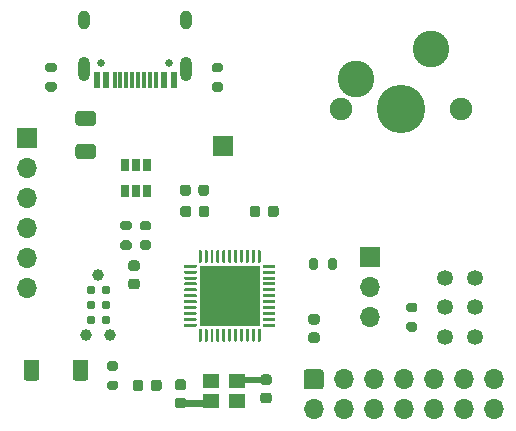
<source format=gbr>
G04 #@! TF.GenerationSoftware,KiCad,Pcbnew,(5.1.9)-1*
G04 #@! TF.CreationDate,2021-03-27T09:55:19-04:00*
G04 #@! TF.ProjectId,atmega32u4_demo,61746d65-6761-4333-9275-345f64656d6f,rev?*
G04 #@! TF.SameCoordinates,Original*
G04 #@! TF.FileFunction,Soldermask,Top*
G04 #@! TF.FilePolarity,Negative*
%FSLAX46Y46*%
G04 Gerber Fmt 4.6, Leading zero omitted, Abs format (unit mm)*
G04 Created by KiCad (PCBNEW (5.1.9)-1) date 2021-03-27 09:55:19*
%MOMM*%
%LPD*%
G01*
G04 APERTURE LIST*
%ADD10C,0.100000*%
%ADD11C,1.350000*%
%ADD12R,1.700000X1.700000*%
%ADD13O,1.700000X1.700000*%
%ADD14C,4.101600*%
%ADD15C,3.101600*%
%ADD16C,1.901600*%
%ADD17R,1.400000X1.200000*%
%ADD18R,0.650000X1.060000*%
%ADD19R,5.200000X5.200000*%
%ADD20R,0.600000X1.450000*%
%ADD21R,0.300000X1.450000*%
%ADD22O,1.000000X2.100000*%
%ADD23C,0.650000*%
%ADD24O,1.000000X1.600000*%
%ADD25C,0.787400*%
%ADD26C,0.990600*%
G04 APERTURE END LIST*
D10*
G36*
X200990200Y-110896400D02*
G01*
X199440800Y-110896400D01*
X199440800Y-110464600D01*
X200990200Y-110464600D01*
X200990200Y-110896400D01*
G37*
X200990200Y-110896400D02*
X199440800Y-110896400D01*
X199440800Y-110464600D01*
X200990200Y-110464600D01*
X200990200Y-110896400D01*
G36*
X205841600Y-108915200D02*
G01*
X204419200Y-108915200D01*
X204444600Y-108864400D01*
X204419200Y-108483400D01*
X205841600Y-108483400D01*
X205841600Y-108915200D01*
G37*
X205841600Y-108915200D02*
X204419200Y-108915200D01*
X204444600Y-108864400D01*
X204419200Y-108483400D01*
X205841600Y-108483400D01*
X205841600Y-108915200D01*
D11*
X221431800Y-105090600D03*
X221431800Y-102590600D03*
X221431800Y-100090600D03*
X223931800Y-105090600D03*
X223931800Y-102590600D03*
X223931800Y-100090600D03*
D12*
X202615800Y-88900000D03*
D13*
X225552000Y-111226600D03*
X225552000Y-108686600D03*
X223012000Y-111226600D03*
X223012000Y-108686600D03*
X220472000Y-111226600D03*
X220472000Y-108686600D03*
X217932000Y-111226600D03*
X217932000Y-108686600D03*
X215392000Y-111226600D03*
X215392000Y-108686600D03*
X212852000Y-111226600D03*
X212852000Y-108686600D03*
X210312000Y-111226600D03*
G36*
G01*
X210908700Y-109536600D02*
X209715300Y-109536600D01*
G75*
G02*
X209462000Y-109283300I0J253300D01*
G01*
X209462000Y-108089900D01*
G75*
G02*
X209715300Y-107836600I253300J0D01*
G01*
X210908700Y-107836600D01*
G75*
G02*
X211162000Y-108089900I0J-253300D01*
G01*
X211162000Y-109283300D01*
G75*
G02*
X210908700Y-109536600I-253300J0D01*
G01*
G37*
X186055000Y-100965000D03*
X186055000Y-98425000D03*
X186055000Y-95885000D03*
X186055000Y-93345000D03*
X186055000Y-90805000D03*
D12*
X186055000Y-88265000D03*
G36*
G01*
X218342800Y-103828400D02*
X218892800Y-103828400D01*
G75*
G02*
X219092800Y-104028400I0J-200000D01*
G01*
X219092800Y-104428400D01*
G75*
G02*
X218892800Y-104628400I-200000J0D01*
G01*
X218342800Y-104628400D01*
G75*
G02*
X218142800Y-104428400I0J200000D01*
G01*
X218142800Y-104028400D01*
G75*
G02*
X218342800Y-103828400I200000J0D01*
G01*
G37*
G36*
G01*
X218342800Y-102178400D02*
X218892800Y-102178400D01*
G75*
G02*
X219092800Y-102378400I0J-200000D01*
G01*
X219092800Y-102778400D01*
G75*
G02*
X218892800Y-102978400I-200000J0D01*
G01*
X218342800Y-102978400D01*
G75*
G02*
X218142800Y-102778400I0J200000D01*
G01*
X218142800Y-102378400D01*
G75*
G02*
X218342800Y-102178400I200000J0D01*
G01*
G37*
D14*
X217728800Y-85801200D03*
D15*
X213918800Y-83261200D03*
X220268800Y-80721200D03*
D16*
X212648800Y-85801200D03*
X222808800Y-85801200D03*
G36*
G01*
X189893400Y-108545400D02*
X189893400Y-107253000D01*
G75*
G02*
X190147200Y-106999200I253800J0D01*
G01*
X190989600Y-106999200D01*
G75*
G02*
X191243400Y-107253000I0J-253800D01*
G01*
X191243400Y-108545400D01*
G75*
G02*
X190989600Y-108799200I-253800J0D01*
G01*
X190147200Y-108799200D01*
G75*
G02*
X189893400Y-108545400I0J253800D01*
G01*
G37*
G36*
G01*
X185743400Y-108545400D02*
X185743400Y-107253000D01*
G75*
G02*
X185997200Y-106999200I253800J0D01*
G01*
X186839600Y-106999200D01*
G75*
G02*
X187093400Y-107253000I0J-253800D01*
G01*
X187093400Y-108545400D01*
G75*
G02*
X186839600Y-108799200I-253800J0D01*
G01*
X185997200Y-108799200D01*
G75*
G02*
X185743400Y-108545400I0J253800D01*
G01*
G37*
G36*
G01*
X205796000Y-94212600D02*
X205796000Y-94712600D01*
G75*
G02*
X205571000Y-94937600I-225000J0D01*
G01*
X205121000Y-94937600D01*
G75*
G02*
X204896000Y-94712600I0J225000D01*
G01*
X204896000Y-94212600D01*
G75*
G02*
X205121000Y-93987600I225000J0D01*
G01*
X205571000Y-93987600D01*
G75*
G02*
X205796000Y-94212600I0J-225000D01*
G01*
G37*
G36*
G01*
X207346000Y-94212600D02*
X207346000Y-94712600D01*
G75*
G02*
X207121000Y-94937600I-225000J0D01*
G01*
X206671000Y-94937600D01*
G75*
G02*
X206446000Y-94712600I0J225000D01*
G01*
X206446000Y-94212600D01*
G75*
G02*
X206671000Y-93987600I225000J0D01*
G01*
X207121000Y-93987600D01*
G75*
G02*
X207346000Y-94212600I0J-225000D01*
G01*
G37*
D17*
X203842800Y-110552600D03*
X201642800Y-110552600D03*
X201642800Y-108852600D03*
X203842800Y-108852600D03*
D18*
X195249800Y-92692400D03*
X196199800Y-92692400D03*
X194299800Y-92692400D03*
X194299800Y-90492400D03*
X195249800Y-90492400D03*
X196199800Y-90492400D03*
D19*
X203200000Y-101600000D03*
G36*
G01*
X200575000Y-98737500D02*
X200575000Y-97787500D01*
G75*
G02*
X200637500Y-97725000I62500J0D01*
G01*
X200762500Y-97725000D01*
G75*
G02*
X200825000Y-97787500I0J-62500D01*
G01*
X200825000Y-98737500D01*
G75*
G02*
X200762500Y-98800000I-62500J0D01*
G01*
X200637500Y-98800000D01*
G75*
G02*
X200575000Y-98737500I0J62500D01*
G01*
G37*
G36*
G01*
X201075000Y-98737500D02*
X201075000Y-97787500D01*
G75*
G02*
X201137500Y-97725000I62500J0D01*
G01*
X201262500Y-97725000D01*
G75*
G02*
X201325000Y-97787500I0J-62500D01*
G01*
X201325000Y-98737500D01*
G75*
G02*
X201262500Y-98800000I-62500J0D01*
G01*
X201137500Y-98800000D01*
G75*
G02*
X201075000Y-98737500I0J62500D01*
G01*
G37*
G36*
G01*
X201575000Y-98737500D02*
X201575000Y-97787500D01*
G75*
G02*
X201637500Y-97725000I62500J0D01*
G01*
X201762500Y-97725000D01*
G75*
G02*
X201825000Y-97787500I0J-62500D01*
G01*
X201825000Y-98737500D01*
G75*
G02*
X201762500Y-98800000I-62500J0D01*
G01*
X201637500Y-98800000D01*
G75*
G02*
X201575000Y-98737500I0J62500D01*
G01*
G37*
G36*
G01*
X202075000Y-98737500D02*
X202075000Y-97787500D01*
G75*
G02*
X202137500Y-97725000I62500J0D01*
G01*
X202262500Y-97725000D01*
G75*
G02*
X202325000Y-97787500I0J-62500D01*
G01*
X202325000Y-98737500D01*
G75*
G02*
X202262500Y-98800000I-62500J0D01*
G01*
X202137500Y-98800000D01*
G75*
G02*
X202075000Y-98737500I0J62500D01*
G01*
G37*
G36*
G01*
X202575000Y-98737500D02*
X202575000Y-97787500D01*
G75*
G02*
X202637500Y-97725000I62500J0D01*
G01*
X202762500Y-97725000D01*
G75*
G02*
X202825000Y-97787500I0J-62500D01*
G01*
X202825000Y-98737500D01*
G75*
G02*
X202762500Y-98800000I-62500J0D01*
G01*
X202637500Y-98800000D01*
G75*
G02*
X202575000Y-98737500I0J62500D01*
G01*
G37*
G36*
G01*
X203075000Y-98737500D02*
X203075000Y-97787500D01*
G75*
G02*
X203137500Y-97725000I62500J0D01*
G01*
X203262500Y-97725000D01*
G75*
G02*
X203325000Y-97787500I0J-62500D01*
G01*
X203325000Y-98737500D01*
G75*
G02*
X203262500Y-98800000I-62500J0D01*
G01*
X203137500Y-98800000D01*
G75*
G02*
X203075000Y-98737500I0J62500D01*
G01*
G37*
G36*
G01*
X203575000Y-98737500D02*
X203575000Y-97787500D01*
G75*
G02*
X203637500Y-97725000I62500J0D01*
G01*
X203762500Y-97725000D01*
G75*
G02*
X203825000Y-97787500I0J-62500D01*
G01*
X203825000Y-98737500D01*
G75*
G02*
X203762500Y-98800000I-62500J0D01*
G01*
X203637500Y-98800000D01*
G75*
G02*
X203575000Y-98737500I0J62500D01*
G01*
G37*
G36*
G01*
X204075000Y-98737500D02*
X204075000Y-97787500D01*
G75*
G02*
X204137500Y-97725000I62500J0D01*
G01*
X204262500Y-97725000D01*
G75*
G02*
X204325000Y-97787500I0J-62500D01*
G01*
X204325000Y-98737500D01*
G75*
G02*
X204262500Y-98800000I-62500J0D01*
G01*
X204137500Y-98800000D01*
G75*
G02*
X204075000Y-98737500I0J62500D01*
G01*
G37*
G36*
G01*
X204575000Y-98737500D02*
X204575000Y-97787500D01*
G75*
G02*
X204637500Y-97725000I62500J0D01*
G01*
X204762500Y-97725000D01*
G75*
G02*
X204825000Y-97787500I0J-62500D01*
G01*
X204825000Y-98737500D01*
G75*
G02*
X204762500Y-98800000I-62500J0D01*
G01*
X204637500Y-98800000D01*
G75*
G02*
X204575000Y-98737500I0J62500D01*
G01*
G37*
G36*
G01*
X205075000Y-98737500D02*
X205075000Y-97787500D01*
G75*
G02*
X205137500Y-97725000I62500J0D01*
G01*
X205262500Y-97725000D01*
G75*
G02*
X205325000Y-97787500I0J-62500D01*
G01*
X205325000Y-98737500D01*
G75*
G02*
X205262500Y-98800000I-62500J0D01*
G01*
X205137500Y-98800000D01*
G75*
G02*
X205075000Y-98737500I0J62500D01*
G01*
G37*
G36*
G01*
X205575000Y-98737500D02*
X205575000Y-97787500D01*
G75*
G02*
X205637500Y-97725000I62500J0D01*
G01*
X205762500Y-97725000D01*
G75*
G02*
X205825000Y-97787500I0J-62500D01*
G01*
X205825000Y-98737500D01*
G75*
G02*
X205762500Y-98800000I-62500J0D01*
G01*
X205637500Y-98800000D01*
G75*
G02*
X205575000Y-98737500I0J62500D01*
G01*
G37*
G36*
G01*
X206000000Y-99162500D02*
X206000000Y-99037500D01*
G75*
G02*
X206062500Y-98975000I62500J0D01*
G01*
X207012500Y-98975000D01*
G75*
G02*
X207075000Y-99037500I0J-62500D01*
G01*
X207075000Y-99162500D01*
G75*
G02*
X207012500Y-99225000I-62500J0D01*
G01*
X206062500Y-99225000D01*
G75*
G02*
X206000000Y-99162500I0J62500D01*
G01*
G37*
G36*
G01*
X206000000Y-99662500D02*
X206000000Y-99537500D01*
G75*
G02*
X206062500Y-99475000I62500J0D01*
G01*
X207012500Y-99475000D01*
G75*
G02*
X207075000Y-99537500I0J-62500D01*
G01*
X207075000Y-99662500D01*
G75*
G02*
X207012500Y-99725000I-62500J0D01*
G01*
X206062500Y-99725000D01*
G75*
G02*
X206000000Y-99662500I0J62500D01*
G01*
G37*
G36*
G01*
X206000000Y-100162500D02*
X206000000Y-100037500D01*
G75*
G02*
X206062500Y-99975000I62500J0D01*
G01*
X207012500Y-99975000D01*
G75*
G02*
X207075000Y-100037500I0J-62500D01*
G01*
X207075000Y-100162500D01*
G75*
G02*
X207012500Y-100225000I-62500J0D01*
G01*
X206062500Y-100225000D01*
G75*
G02*
X206000000Y-100162500I0J62500D01*
G01*
G37*
G36*
G01*
X206000000Y-100662500D02*
X206000000Y-100537500D01*
G75*
G02*
X206062500Y-100475000I62500J0D01*
G01*
X207012500Y-100475000D01*
G75*
G02*
X207075000Y-100537500I0J-62500D01*
G01*
X207075000Y-100662500D01*
G75*
G02*
X207012500Y-100725000I-62500J0D01*
G01*
X206062500Y-100725000D01*
G75*
G02*
X206000000Y-100662500I0J62500D01*
G01*
G37*
G36*
G01*
X206000000Y-101162500D02*
X206000000Y-101037500D01*
G75*
G02*
X206062500Y-100975000I62500J0D01*
G01*
X207012500Y-100975000D01*
G75*
G02*
X207075000Y-101037500I0J-62500D01*
G01*
X207075000Y-101162500D01*
G75*
G02*
X207012500Y-101225000I-62500J0D01*
G01*
X206062500Y-101225000D01*
G75*
G02*
X206000000Y-101162500I0J62500D01*
G01*
G37*
G36*
G01*
X206000000Y-101662500D02*
X206000000Y-101537500D01*
G75*
G02*
X206062500Y-101475000I62500J0D01*
G01*
X207012500Y-101475000D01*
G75*
G02*
X207075000Y-101537500I0J-62500D01*
G01*
X207075000Y-101662500D01*
G75*
G02*
X207012500Y-101725000I-62500J0D01*
G01*
X206062500Y-101725000D01*
G75*
G02*
X206000000Y-101662500I0J62500D01*
G01*
G37*
G36*
G01*
X206000000Y-102162500D02*
X206000000Y-102037500D01*
G75*
G02*
X206062500Y-101975000I62500J0D01*
G01*
X207012500Y-101975000D01*
G75*
G02*
X207075000Y-102037500I0J-62500D01*
G01*
X207075000Y-102162500D01*
G75*
G02*
X207012500Y-102225000I-62500J0D01*
G01*
X206062500Y-102225000D01*
G75*
G02*
X206000000Y-102162500I0J62500D01*
G01*
G37*
G36*
G01*
X206000000Y-102662500D02*
X206000000Y-102537500D01*
G75*
G02*
X206062500Y-102475000I62500J0D01*
G01*
X207012500Y-102475000D01*
G75*
G02*
X207075000Y-102537500I0J-62500D01*
G01*
X207075000Y-102662500D01*
G75*
G02*
X207012500Y-102725000I-62500J0D01*
G01*
X206062500Y-102725000D01*
G75*
G02*
X206000000Y-102662500I0J62500D01*
G01*
G37*
G36*
G01*
X206000000Y-103162500D02*
X206000000Y-103037500D01*
G75*
G02*
X206062500Y-102975000I62500J0D01*
G01*
X207012500Y-102975000D01*
G75*
G02*
X207075000Y-103037500I0J-62500D01*
G01*
X207075000Y-103162500D01*
G75*
G02*
X207012500Y-103225000I-62500J0D01*
G01*
X206062500Y-103225000D01*
G75*
G02*
X206000000Y-103162500I0J62500D01*
G01*
G37*
G36*
G01*
X206000000Y-103662500D02*
X206000000Y-103537500D01*
G75*
G02*
X206062500Y-103475000I62500J0D01*
G01*
X207012500Y-103475000D01*
G75*
G02*
X207075000Y-103537500I0J-62500D01*
G01*
X207075000Y-103662500D01*
G75*
G02*
X207012500Y-103725000I-62500J0D01*
G01*
X206062500Y-103725000D01*
G75*
G02*
X206000000Y-103662500I0J62500D01*
G01*
G37*
G36*
G01*
X206000000Y-104162500D02*
X206000000Y-104037500D01*
G75*
G02*
X206062500Y-103975000I62500J0D01*
G01*
X207012500Y-103975000D01*
G75*
G02*
X207075000Y-104037500I0J-62500D01*
G01*
X207075000Y-104162500D01*
G75*
G02*
X207012500Y-104225000I-62500J0D01*
G01*
X206062500Y-104225000D01*
G75*
G02*
X206000000Y-104162500I0J62500D01*
G01*
G37*
G36*
G01*
X205575000Y-105412500D02*
X205575000Y-104462500D01*
G75*
G02*
X205637500Y-104400000I62500J0D01*
G01*
X205762500Y-104400000D01*
G75*
G02*
X205825000Y-104462500I0J-62500D01*
G01*
X205825000Y-105412500D01*
G75*
G02*
X205762500Y-105475000I-62500J0D01*
G01*
X205637500Y-105475000D01*
G75*
G02*
X205575000Y-105412500I0J62500D01*
G01*
G37*
G36*
G01*
X205075000Y-105412500D02*
X205075000Y-104462500D01*
G75*
G02*
X205137500Y-104400000I62500J0D01*
G01*
X205262500Y-104400000D01*
G75*
G02*
X205325000Y-104462500I0J-62500D01*
G01*
X205325000Y-105412500D01*
G75*
G02*
X205262500Y-105475000I-62500J0D01*
G01*
X205137500Y-105475000D01*
G75*
G02*
X205075000Y-105412500I0J62500D01*
G01*
G37*
G36*
G01*
X204575000Y-105412500D02*
X204575000Y-104462500D01*
G75*
G02*
X204637500Y-104400000I62500J0D01*
G01*
X204762500Y-104400000D01*
G75*
G02*
X204825000Y-104462500I0J-62500D01*
G01*
X204825000Y-105412500D01*
G75*
G02*
X204762500Y-105475000I-62500J0D01*
G01*
X204637500Y-105475000D01*
G75*
G02*
X204575000Y-105412500I0J62500D01*
G01*
G37*
G36*
G01*
X204075000Y-105412500D02*
X204075000Y-104462500D01*
G75*
G02*
X204137500Y-104400000I62500J0D01*
G01*
X204262500Y-104400000D01*
G75*
G02*
X204325000Y-104462500I0J-62500D01*
G01*
X204325000Y-105412500D01*
G75*
G02*
X204262500Y-105475000I-62500J0D01*
G01*
X204137500Y-105475000D01*
G75*
G02*
X204075000Y-105412500I0J62500D01*
G01*
G37*
G36*
G01*
X203575000Y-105412500D02*
X203575000Y-104462500D01*
G75*
G02*
X203637500Y-104400000I62500J0D01*
G01*
X203762500Y-104400000D01*
G75*
G02*
X203825000Y-104462500I0J-62500D01*
G01*
X203825000Y-105412500D01*
G75*
G02*
X203762500Y-105475000I-62500J0D01*
G01*
X203637500Y-105475000D01*
G75*
G02*
X203575000Y-105412500I0J62500D01*
G01*
G37*
G36*
G01*
X203075000Y-105412500D02*
X203075000Y-104462500D01*
G75*
G02*
X203137500Y-104400000I62500J0D01*
G01*
X203262500Y-104400000D01*
G75*
G02*
X203325000Y-104462500I0J-62500D01*
G01*
X203325000Y-105412500D01*
G75*
G02*
X203262500Y-105475000I-62500J0D01*
G01*
X203137500Y-105475000D01*
G75*
G02*
X203075000Y-105412500I0J62500D01*
G01*
G37*
G36*
G01*
X202575000Y-105412500D02*
X202575000Y-104462500D01*
G75*
G02*
X202637500Y-104400000I62500J0D01*
G01*
X202762500Y-104400000D01*
G75*
G02*
X202825000Y-104462500I0J-62500D01*
G01*
X202825000Y-105412500D01*
G75*
G02*
X202762500Y-105475000I-62500J0D01*
G01*
X202637500Y-105475000D01*
G75*
G02*
X202575000Y-105412500I0J62500D01*
G01*
G37*
G36*
G01*
X202075000Y-105412500D02*
X202075000Y-104462500D01*
G75*
G02*
X202137500Y-104400000I62500J0D01*
G01*
X202262500Y-104400000D01*
G75*
G02*
X202325000Y-104462500I0J-62500D01*
G01*
X202325000Y-105412500D01*
G75*
G02*
X202262500Y-105475000I-62500J0D01*
G01*
X202137500Y-105475000D01*
G75*
G02*
X202075000Y-105412500I0J62500D01*
G01*
G37*
G36*
G01*
X201575000Y-105412500D02*
X201575000Y-104462500D01*
G75*
G02*
X201637500Y-104400000I62500J0D01*
G01*
X201762500Y-104400000D01*
G75*
G02*
X201825000Y-104462500I0J-62500D01*
G01*
X201825000Y-105412500D01*
G75*
G02*
X201762500Y-105475000I-62500J0D01*
G01*
X201637500Y-105475000D01*
G75*
G02*
X201575000Y-105412500I0J62500D01*
G01*
G37*
G36*
G01*
X201075000Y-105412500D02*
X201075000Y-104462500D01*
G75*
G02*
X201137500Y-104400000I62500J0D01*
G01*
X201262500Y-104400000D01*
G75*
G02*
X201325000Y-104462500I0J-62500D01*
G01*
X201325000Y-105412500D01*
G75*
G02*
X201262500Y-105475000I-62500J0D01*
G01*
X201137500Y-105475000D01*
G75*
G02*
X201075000Y-105412500I0J62500D01*
G01*
G37*
G36*
G01*
X200575000Y-105412500D02*
X200575000Y-104462500D01*
G75*
G02*
X200637500Y-104400000I62500J0D01*
G01*
X200762500Y-104400000D01*
G75*
G02*
X200825000Y-104462500I0J-62500D01*
G01*
X200825000Y-105412500D01*
G75*
G02*
X200762500Y-105475000I-62500J0D01*
G01*
X200637500Y-105475000D01*
G75*
G02*
X200575000Y-105412500I0J62500D01*
G01*
G37*
G36*
G01*
X199325000Y-104162500D02*
X199325000Y-104037500D01*
G75*
G02*
X199387500Y-103975000I62500J0D01*
G01*
X200337500Y-103975000D01*
G75*
G02*
X200400000Y-104037500I0J-62500D01*
G01*
X200400000Y-104162500D01*
G75*
G02*
X200337500Y-104225000I-62500J0D01*
G01*
X199387500Y-104225000D01*
G75*
G02*
X199325000Y-104162500I0J62500D01*
G01*
G37*
G36*
G01*
X199325000Y-103662500D02*
X199325000Y-103537500D01*
G75*
G02*
X199387500Y-103475000I62500J0D01*
G01*
X200337500Y-103475000D01*
G75*
G02*
X200400000Y-103537500I0J-62500D01*
G01*
X200400000Y-103662500D01*
G75*
G02*
X200337500Y-103725000I-62500J0D01*
G01*
X199387500Y-103725000D01*
G75*
G02*
X199325000Y-103662500I0J62500D01*
G01*
G37*
G36*
G01*
X199325000Y-103162500D02*
X199325000Y-103037500D01*
G75*
G02*
X199387500Y-102975000I62500J0D01*
G01*
X200337500Y-102975000D01*
G75*
G02*
X200400000Y-103037500I0J-62500D01*
G01*
X200400000Y-103162500D01*
G75*
G02*
X200337500Y-103225000I-62500J0D01*
G01*
X199387500Y-103225000D01*
G75*
G02*
X199325000Y-103162500I0J62500D01*
G01*
G37*
G36*
G01*
X199325000Y-102662500D02*
X199325000Y-102537500D01*
G75*
G02*
X199387500Y-102475000I62500J0D01*
G01*
X200337500Y-102475000D01*
G75*
G02*
X200400000Y-102537500I0J-62500D01*
G01*
X200400000Y-102662500D01*
G75*
G02*
X200337500Y-102725000I-62500J0D01*
G01*
X199387500Y-102725000D01*
G75*
G02*
X199325000Y-102662500I0J62500D01*
G01*
G37*
G36*
G01*
X199325000Y-102162500D02*
X199325000Y-102037500D01*
G75*
G02*
X199387500Y-101975000I62500J0D01*
G01*
X200337500Y-101975000D01*
G75*
G02*
X200400000Y-102037500I0J-62500D01*
G01*
X200400000Y-102162500D01*
G75*
G02*
X200337500Y-102225000I-62500J0D01*
G01*
X199387500Y-102225000D01*
G75*
G02*
X199325000Y-102162500I0J62500D01*
G01*
G37*
G36*
G01*
X199325000Y-101662500D02*
X199325000Y-101537500D01*
G75*
G02*
X199387500Y-101475000I62500J0D01*
G01*
X200337500Y-101475000D01*
G75*
G02*
X200400000Y-101537500I0J-62500D01*
G01*
X200400000Y-101662500D01*
G75*
G02*
X200337500Y-101725000I-62500J0D01*
G01*
X199387500Y-101725000D01*
G75*
G02*
X199325000Y-101662500I0J62500D01*
G01*
G37*
G36*
G01*
X199325000Y-101162500D02*
X199325000Y-101037500D01*
G75*
G02*
X199387500Y-100975000I62500J0D01*
G01*
X200337500Y-100975000D01*
G75*
G02*
X200400000Y-101037500I0J-62500D01*
G01*
X200400000Y-101162500D01*
G75*
G02*
X200337500Y-101225000I-62500J0D01*
G01*
X199387500Y-101225000D01*
G75*
G02*
X199325000Y-101162500I0J62500D01*
G01*
G37*
G36*
G01*
X199325000Y-100662500D02*
X199325000Y-100537500D01*
G75*
G02*
X199387500Y-100475000I62500J0D01*
G01*
X200337500Y-100475000D01*
G75*
G02*
X200400000Y-100537500I0J-62500D01*
G01*
X200400000Y-100662500D01*
G75*
G02*
X200337500Y-100725000I-62500J0D01*
G01*
X199387500Y-100725000D01*
G75*
G02*
X199325000Y-100662500I0J62500D01*
G01*
G37*
G36*
G01*
X199325000Y-100162500D02*
X199325000Y-100037500D01*
G75*
G02*
X199387500Y-99975000I62500J0D01*
G01*
X200337500Y-99975000D01*
G75*
G02*
X200400000Y-100037500I0J-62500D01*
G01*
X200400000Y-100162500D01*
G75*
G02*
X200337500Y-100225000I-62500J0D01*
G01*
X199387500Y-100225000D01*
G75*
G02*
X199325000Y-100162500I0J62500D01*
G01*
G37*
G36*
G01*
X199325000Y-99662500D02*
X199325000Y-99537500D01*
G75*
G02*
X199387500Y-99475000I62500J0D01*
G01*
X200337500Y-99475000D01*
G75*
G02*
X200400000Y-99537500I0J-62500D01*
G01*
X200400000Y-99662500D01*
G75*
G02*
X200337500Y-99725000I-62500J0D01*
G01*
X199387500Y-99725000D01*
G75*
G02*
X199325000Y-99662500I0J62500D01*
G01*
G37*
G36*
G01*
X199325000Y-99162500D02*
X199325000Y-99037500D01*
G75*
G02*
X199387500Y-98975000I62500J0D01*
G01*
X200337500Y-98975000D01*
G75*
G02*
X200400000Y-99037500I0J-62500D01*
G01*
X200400000Y-99162500D01*
G75*
G02*
X200337500Y-99225000I-62500J0D01*
G01*
X199387500Y-99225000D01*
G75*
G02*
X199325000Y-99162500I0J62500D01*
G01*
G37*
G36*
G01*
X210674400Y-98632600D02*
X210674400Y-99182600D01*
G75*
G02*
X210474400Y-99382600I-200000J0D01*
G01*
X210074400Y-99382600D01*
G75*
G02*
X209874400Y-99182600I0J200000D01*
G01*
X209874400Y-98632600D01*
G75*
G02*
X210074400Y-98432600I200000J0D01*
G01*
X210474400Y-98432600D01*
G75*
G02*
X210674400Y-98632600I0J-200000D01*
G01*
G37*
G36*
G01*
X212324400Y-98632600D02*
X212324400Y-99182600D01*
G75*
G02*
X212124400Y-99382600I-200000J0D01*
G01*
X211724400Y-99382600D01*
G75*
G02*
X211524400Y-99182600I0J200000D01*
G01*
X211524400Y-98632600D01*
G75*
G02*
X211724400Y-98432600I200000J0D01*
G01*
X212124400Y-98432600D01*
G75*
G02*
X212324400Y-98632600I0J-200000D01*
G01*
G37*
G36*
G01*
X196337600Y-96069600D02*
X195787600Y-96069600D01*
G75*
G02*
X195587600Y-95869600I0J200000D01*
G01*
X195587600Y-95469600D01*
G75*
G02*
X195787600Y-95269600I200000J0D01*
G01*
X196337600Y-95269600D01*
G75*
G02*
X196537600Y-95469600I0J-200000D01*
G01*
X196537600Y-95869600D01*
G75*
G02*
X196337600Y-96069600I-200000J0D01*
G01*
G37*
G36*
G01*
X196337600Y-97719600D02*
X195787600Y-97719600D01*
G75*
G02*
X195587600Y-97519600I0J200000D01*
G01*
X195587600Y-97119600D01*
G75*
G02*
X195787600Y-96919600I200000J0D01*
G01*
X196337600Y-96919600D01*
G75*
G02*
X196537600Y-97119600I0J-200000D01*
G01*
X196537600Y-97519600D01*
G75*
G02*
X196337600Y-97719600I-200000J0D01*
G01*
G37*
G36*
G01*
X194686600Y-96069600D02*
X194136600Y-96069600D01*
G75*
G02*
X193936600Y-95869600I0J200000D01*
G01*
X193936600Y-95469600D01*
G75*
G02*
X194136600Y-95269600I200000J0D01*
G01*
X194686600Y-95269600D01*
G75*
G02*
X194886600Y-95469600I0J-200000D01*
G01*
X194886600Y-95869600D01*
G75*
G02*
X194686600Y-96069600I-200000J0D01*
G01*
G37*
G36*
G01*
X194686600Y-97719600D02*
X194136600Y-97719600D01*
G75*
G02*
X193936600Y-97519600I0J200000D01*
G01*
X193936600Y-97119600D01*
G75*
G02*
X194136600Y-96919600I200000J0D01*
G01*
X194686600Y-96919600D01*
G75*
G02*
X194886600Y-97119600I0J-200000D01*
G01*
X194886600Y-97519600D01*
G75*
G02*
X194686600Y-97719600I-200000J0D01*
G01*
G37*
G36*
G01*
X193569000Y-107931400D02*
X193019000Y-107931400D01*
G75*
G02*
X192819000Y-107731400I0J200000D01*
G01*
X192819000Y-107331400D01*
G75*
G02*
X193019000Y-107131400I200000J0D01*
G01*
X193569000Y-107131400D01*
G75*
G02*
X193769000Y-107331400I0J-200000D01*
G01*
X193769000Y-107731400D01*
G75*
G02*
X193569000Y-107931400I-200000J0D01*
G01*
G37*
G36*
G01*
X193569000Y-109581400D02*
X193019000Y-109581400D01*
G75*
G02*
X192819000Y-109381400I0J200000D01*
G01*
X192819000Y-108981400D01*
G75*
G02*
X193019000Y-108781400I200000J0D01*
G01*
X193569000Y-108781400D01*
G75*
G02*
X193769000Y-108981400I0J-200000D01*
G01*
X193769000Y-109381400D01*
G75*
G02*
X193569000Y-109581400I-200000J0D01*
G01*
G37*
G36*
G01*
X187786600Y-83508400D02*
X188336600Y-83508400D01*
G75*
G02*
X188536600Y-83708400I0J-200000D01*
G01*
X188536600Y-84108400D01*
G75*
G02*
X188336600Y-84308400I-200000J0D01*
G01*
X187786600Y-84308400D01*
G75*
G02*
X187586600Y-84108400I0J200000D01*
G01*
X187586600Y-83708400D01*
G75*
G02*
X187786600Y-83508400I200000J0D01*
G01*
G37*
G36*
G01*
X187786600Y-81858400D02*
X188336600Y-81858400D01*
G75*
G02*
X188536600Y-82058400I0J-200000D01*
G01*
X188536600Y-82458400D01*
G75*
G02*
X188336600Y-82658400I-200000J0D01*
G01*
X187786600Y-82658400D01*
G75*
G02*
X187586600Y-82458400I0J200000D01*
G01*
X187586600Y-82058400D01*
G75*
G02*
X187786600Y-81858400I200000J0D01*
G01*
G37*
G36*
G01*
X201883600Y-83533800D02*
X202433600Y-83533800D01*
G75*
G02*
X202633600Y-83733800I0J-200000D01*
G01*
X202633600Y-84133800D01*
G75*
G02*
X202433600Y-84333800I-200000J0D01*
G01*
X201883600Y-84333800D01*
G75*
G02*
X201683600Y-84133800I0J200000D01*
G01*
X201683600Y-83733800D01*
G75*
G02*
X201883600Y-83533800I200000J0D01*
G01*
G37*
G36*
G01*
X201883600Y-81883800D02*
X202433600Y-81883800D01*
G75*
G02*
X202633600Y-82083800I0J-200000D01*
G01*
X202633600Y-82483800D01*
G75*
G02*
X202433600Y-82683800I-200000J0D01*
G01*
X201883600Y-82683800D01*
G75*
G02*
X201683600Y-82483800I0J200000D01*
G01*
X201683600Y-82083800D01*
G75*
G02*
X201883600Y-81883800I200000J0D01*
G01*
G37*
D13*
X215087200Y-103378000D03*
X215087200Y-100838000D03*
D12*
X215087200Y-98298000D03*
D20*
X191949000Y-83343800D03*
X192749000Y-83343800D03*
X197649000Y-83343800D03*
X198449000Y-83343800D03*
X198449000Y-83343800D03*
X197649000Y-83343800D03*
X192749000Y-83343800D03*
X191949000Y-83343800D03*
D21*
X196949000Y-83343800D03*
X196449000Y-83343800D03*
X195949000Y-83343800D03*
X194949000Y-83343800D03*
X194449000Y-83343800D03*
X193949000Y-83343800D03*
X193449000Y-83343800D03*
X195449000Y-83343800D03*
D22*
X190879000Y-82428800D03*
X199519000Y-82428800D03*
D23*
X198089000Y-81898800D03*
D24*
X199519000Y-78248800D03*
D23*
X192309000Y-81898800D03*
D24*
X190879000Y-78248800D03*
D25*
X192709800Y-103657400D03*
X191439800Y-103657400D03*
X192709800Y-102387400D03*
X191439800Y-102387400D03*
X192709800Y-101117400D03*
X191439800Y-101117400D03*
D26*
X192074800Y-99847400D03*
X191058800Y-104927400D03*
X193090800Y-104927400D03*
G36*
G01*
X191630000Y-87210600D02*
X190380000Y-87210600D01*
G75*
G02*
X190130000Y-86960600I0J250000D01*
G01*
X190130000Y-86210600D01*
G75*
G02*
X190380000Y-85960600I250000J0D01*
G01*
X191630000Y-85960600D01*
G75*
G02*
X191880000Y-86210600I0J-250000D01*
G01*
X191880000Y-86960600D01*
G75*
G02*
X191630000Y-87210600I-250000J0D01*
G01*
G37*
G36*
G01*
X191630000Y-90010600D02*
X190380000Y-90010600D01*
G75*
G02*
X190130000Y-89760600I0J250000D01*
G01*
X190130000Y-89010600D01*
G75*
G02*
X190380000Y-88760600I250000J0D01*
G01*
X191630000Y-88760600D01*
G75*
G02*
X191880000Y-89010600I0J-250000D01*
G01*
X191880000Y-89760600D01*
G75*
G02*
X191630000Y-90010600I-250000J0D01*
G01*
G37*
G36*
G01*
X195347400Y-99497000D02*
X194847400Y-99497000D01*
G75*
G02*
X194622400Y-99272000I0J225000D01*
G01*
X194622400Y-98822000D01*
G75*
G02*
X194847400Y-98597000I225000J0D01*
G01*
X195347400Y-98597000D01*
G75*
G02*
X195572400Y-98822000I0J-225000D01*
G01*
X195572400Y-99272000D01*
G75*
G02*
X195347400Y-99497000I-225000J0D01*
G01*
G37*
G36*
G01*
X195347400Y-101047000D02*
X194847400Y-101047000D01*
G75*
G02*
X194622400Y-100822000I0J225000D01*
G01*
X194622400Y-100372000D01*
G75*
G02*
X194847400Y-100147000I225000J0D01*
G01*
X195347400Y-100147000D01*
G75*
G02*
X195572400Y-100372000I0J-225000D01*
G01*
X195572400Y-100822000D01*
G75*
G02*
X195347400Y-101047000I-225000J0D01*
G01*
G37*
G36*
G01*
X199284400Y-109580800D02*
X198784400Y-109580800D01*
G75*
G02*
X198559400Y-109355800I0J225000D01*
G01*
X198559400Y-108905800D01*
G75*
G02*
X198784400Y-108680800I225000J0D01*
G01*
X199284400Y-108680800D01*
G75*
G02*
X199509400Y-108905800I0J-225000D01*
G01*
X199509400Y-109355800D01*
G75*
G02*
X199284400Y-109580800I-225000J0D01*
G01*
G37*
G36*
G01*
X199284400Y-111130800D02*
X198784400Y-111130800D01*
G75*
G02*
X198559400Y-110905800I0J225000D01*
G01*
X198559400Y-110455800D01*
G75*
G02*
X198784400Y-110230800I225000J0D01*
G01*
X199284400Y-110230800D01*
G75*
G02*
X199509400Y-110455800I0J-225000D01*
G01*
X199509400Y-110905800D01*
G75*
G02*
X199284400Y-111130800I-225000J0D01*
G01*
G37*
G36*
G01*
X206023400Y-109799000D02*
X206523400Y-109799000D01*
G75*
G02*
X206748400Y-110024000I0J-225000D01*
G01*
X206748400Y-110474000D01*
G75*
G02*
X206523400Y-110699000I-225000J0D01*
G01*
X206023400Y-110699000D01*
G75*
G02*
X205798400Y-110474000I0J225000D01*
G01*
X205798400Y-110024000D01*
G75*
G02*
X206023400Y-109799000I225000J0D01*
G01*
G37*
G36*
G01*
X206023400Y-108249000D02*
X206523400Y-108249000D01*
G75*
G02*
X206748400Y-108474000I0J-225000D01*
G01*
X206748400Y-108924000D01*
G75*
G02*
X206523400Y-109149000I-225000J0D01*
G01*
X206023400Y-109149000D01*
G75*
G02*
X205798400Y-108924000I0J225000D01*
G01*
X205798400Y-108474000D01*
G75*
G02*
X206023400Y-108249000I225000J0D01*
G01*
G37*
G36*
G01*
X210087400Y-104693600D02*
X210587400Y-104693600D01*
G75*
G02*
X210812400Y-104918600I0J-225000D01*
G01*
X210812400Y-105368600D01*
G75*
G02*
X210587400Y-105593600I-225000J0D01*
G01*
X210087400Y-105593600D01*
G75*
G02*
X209862400Y-105368600I0J225000D01*
G01*
X209862400Y-104918600D01*
G75*
G02*
X210087400Y-104693600I225000J0D01*
G01*
G37*
G36*
G01*
X210087400Y-103143600D02*
X210587400Y-103143600D01*
G75*
G02*
X210812400Y-103368600I0J-225000D01*
G01*
X210812400Y-103818600D01*
G75*
G02*
X210587400Y-104043600I-225000J0D01*
G01*
X210087400Y-104043600D01*
G75*
G02*
X209862400Y-103818600I0J225000D01*
G01*
X209862400Y-103368600D01*
G75*
G02*
X210087400Y-103143600I225000J0D01*
G01*
G37*
G36*
G01*
X196540000Y-109444600D02*
X196540000Y-108944600D01*
G75*
G02*
X196765000Y-108719600I225000J0D01*
G01*
X197215000Y-108719600D01*
G75*
G02*
X197440000Y-108944600I0J-225000D01*
G01*
X197440000Y-109444600D01*
G75*
G02*
X197215000Y-109669600I-225000J0D01*
G01*
X196765000Y-109669600D01*
G75*
G02*
X196540000Y-109444600I0J225000D01*
G01*
G37*
G36*
G01*
X194990000Y-109444600D02*
X194990000Y-108944600D01*
G75*
G02*
X195215000Y-108719600I225000J0D01*
G01*
X195665000Y-108719600D01*
G75*
G02*
X195890000Y-108944600I0J-225000D01*
G01*
X195890000Y-109444600D01*
G75*
G02*
X195665000Y-109669600I-225000J0D01*
G01*
X195215000Y-109669600D01*
G75*
G02*
X194990000Y-109444600I0J225000D01*
G01*
G37*
G36*
G01*
X200578600Y-94712600D02*
X200578600Y-94212600D01*
G75*
G02*
X200803600Y-93987600I225000J0D01*
G01*
X201253600Y-93987600D01*
G75*
G02*
X201478600Y-94212600I0J-225000D01*
G01*
X201478600Y-94712600D01*
G75*
G02*
X201253600Y-94937600I-225000J0D01*
G01*
X200803600Y-94937600D01*
G75*
G02*
X200578600Y-94712600I0J225000D01*
G01*
G37*
G36*
G01*
X199028600Y-94712600D02*
X199028600Y-94212600D01*
G75*
G02*
X199253600Y-93987600I225000J0D01*
G01*
X199703600Y-93987600D01*
G75*
G02*
X199928600Y-94212600I0J-225000D01*
G01*
X199928600Y-94712600D01*
G75*
G02*
X199703600Y-94937600I-225000J0D01*
G01*
X199253600Y-94937600D01*
G75*
G02*
X199028600Y-94712600I0J225000D01*
G01*
G37*
G36*
G01*
X200553200Y-92909200D02*
X200553200Y-92409200D01*
G75*
G02*
X200778200Y-92184200I225000J0D01*
G01*
X201228200Y-92184200D01*
G75*
G02*
X201453200Y-92409200I0J-225000D01*
G01*
X201453200Y-92909200D01*
G75*
G02*
X201228200Y-93134200I-225000J0D01*
G01*
X200778200Y-93134200D01*
G75*
G02*
X200553200Y-92909200I0J225000D01*
G01*
G37*
G36*
G01*
X199003200Y-92909200D02*
X199003200Y-92409200D01*
G75*
G02*
X199228200Y-92184200I225000J0D01*
G01*
X199678200Y-92184200D01*
G75*
G02*
X199903200Y-92409200I0J-225000D01*
G01*
X199903200Y-92909200D01*
G75*
G02*
X199678200Y-93134200I-225000J0D01*
G01*
X199228200Y-93134200D01*
G75*
G02*
X199003200Y-92909200I0J225000D01*
G01*
G37*
M02*

</source>
